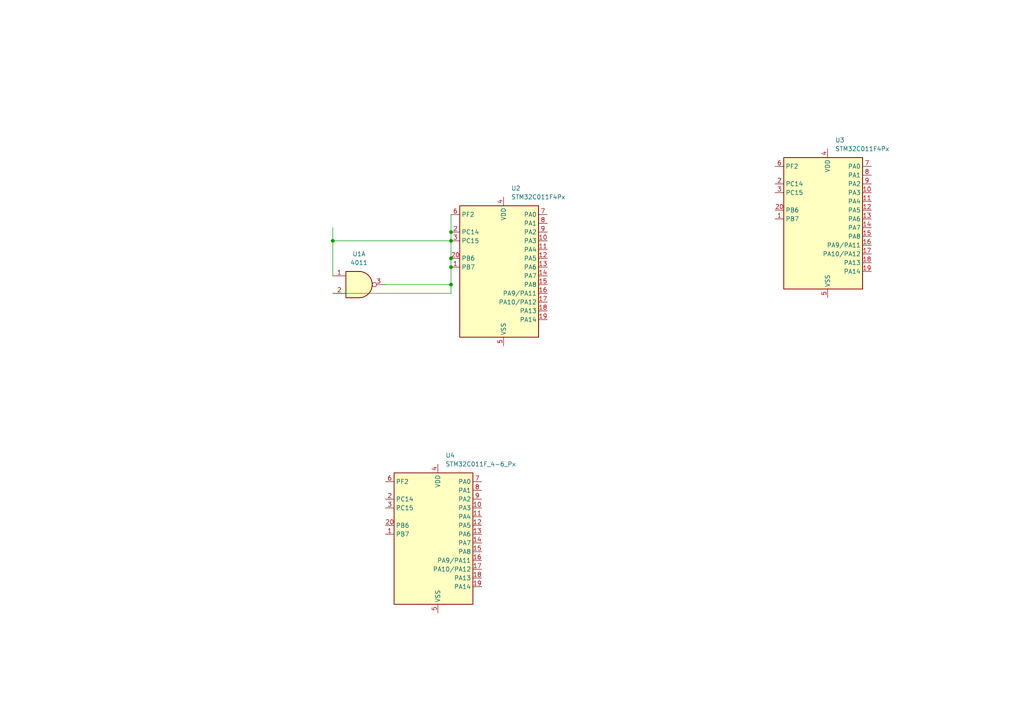
<source format=kicad_sch>
(kicad_sch (version 20231120) (generator "eeschema") (generator_version "8.0")
  (paper "A4")
  (lib_symbols
    (symbol "4xxx:4011" (pin_names (offset 1.016))
      (property "Reference" "U" (at 0 1.27 0))
      (property "Value" "4011" (at 0 -1.27 0))
      (symbol "4011_1_1"
        (arc (start 0 -3.81) (mid 3.7934 0) (end 0 3.81) (stroke (width 0.254)) (fill (type background)))
        (polyline (pts (xy 0 3.81) (xy -3.81 3.81) (xy -3.81 -3.81) (xy 0 -3.81)) (stroke (width 0.254)) (fill (type background)))
        (pin input line (at -7.62 2.54 0) (length 3.81) (name "~") (number "1"))
        (pin input line (at -7.62 -2.54 0) (length 3.81) (name "~") (number "2"))
        (pin output inverted (at 7.62 0 180) (length 3.81) (name "~") (number "3"))
      )
      (symbol "4011_1_2"
        (arc (start -3.81 -3.81) (mid -2.589 0) (end -3.81 3.81) (stroke (width 0.254)))
        (arc (start -0.6096 -3.81) (mid 2.1842 -2.5851) (end 3.81 0) (stroke (width 0.254)) (fill (type background)))
        (polyline (pts (xy -3.81 -3.81) (xy -0.635 -3.81)) (stroke (width 0.254)) (fill (type background)))
        (polyline (pts (xy -3.81 3.81) (xy -0.635 3.81)) (stroke (width 0.254)) (fill (type background)))
        (polyline (pts (xy -0.635 3.81) (xy -3.81 3.81) (xy -3.81 3.81) (xy -3.556 3.4036) (xy -3.0226 2.2606) (xy -2.6924 1.0414) (xy -2.6162 -0.254) (xy -2.7686 -1.4986) (xy -3.175 -2.7178) (xy -3.81 -3.81) (xy -3.81 -3.81) (xy -0.635 -3.81)) (stroke (width -25.4)) (fill (type background)))
        (arc (start 3.81 0) (mid 2.1915 2.5936) (end -0.6096 3.81) (stroke (width 0.254)) (fill (type background)))
        (pin input inverted (at -7.62 2.54 0) (length 4.318) (name "~") (number "1"))
        (pin input inverted (at -7.62 -2.54 0) (length 4.318) (name "~") (number "2"))
        (pin output line (at 7.62 0 180) (length 3.81) (name "~") (number "3"))
      )
      (symbol "4011_2_1"
        (arc (start 0 -3.81) (mid 3.7934 0) (end 0 3.81) (stroke (width 0.254)) (fill (type background)))
        (polyline (pts (xy 0 3.81) (xy -3.81 3.81) (xy -3.81 -3.81) (xy 0 -3.81)) (stroke (width 0.254)) (fill (type background)))
        (pin output inverted (at 7.62 0 180) (length 3.81) (name "~") (number "4"))
        (pin input line (at -7.62 2.54 0) (length 3.81) (name "~") (number "5"))
        (pin input line (at -7.62 -2.54 0) (length 3.81) (name "~") (number "6"))
      )
      (symbol "4011_2_2"
        (arc (start -3.81 -3.81) (mid -2.589 0) (end -3.81 3.81) (stroke (width 0.254)))
        (arc (start -0.6096 -3.81) (mid 2.1842 -2.5851) (end 3.81 0) (stroke (width 0.254)) (fill (type background)))
        (polyline (pts (xy -3.81 -3.81) (xy -0.635 -3.81)) (stroke (width 0.254)) (fill (type background)))
        (polyline (pts (xy -3.81 3.81) (xy -0.635 3.81)) (stroke (width 0.254)) (fill (type background)))
        (polyline (pts (xy -0.635 3.81) (xy -3.81 3.81) (xy -3.81 3.81) (xy -3.556 3.4036) (xy -3.0226 2.2606) (xy -2.6924 1.0414) (xy -2.6162 -0.254) (xy -2.7686 -1.4986) (xy -3.175 -2.7178) (xy -3.81 -3.81) (xy -3.81 -3.81) (xy -0.635 -3.81)) (stroke (width -25.4)) (fill (type background)))
        (arc (start 3.81 0) (mid 2.1915 2.5936) (end -0.6096 3.81) (stroke (width 0.254)) (fill (type background)))
        (pin output line (at 7.62 0 180) (length 3.81) (name "~") (number "4"))
        (pin input inverted (at -7.62 2.54 0) (length 4.318) (name "~") (number "5"))
        (pin input inverted (at -7.62 -2.54 0) (length 4.318) (name "~") (number "6"))
      )
      (symbol "4011_3_1"
        (arc (start 0 -3.81) (mid 3.7934 0) (end 0 3.81) (stroke (width 0.254)) (fill (type background)))
        (polyline (pts (xy 0 3.81) (xy -3.81 3.81) (xy -3.81 -3.81) (xy 0 -3.81)) (stroke (width 0.254)) (fill (type background)))
        (pin output inverted (at 7.62 0 180) (length 3.81) (name "~") (number "10"))
        (pin input line (at -7.62 2.54 0) (length 3.81) (name "~") (number "8"))
        (pin input line (at -7.62 -2.54 0) (length 3.81) (name "~") (number "9"))
      )
      (symbol "4011_3_2"
        (arc (start -3.81 -3.81) (mid -2.589 0) (end -3.81 3.81) (stroke (width 0.254)))
        (arc (start -0.6096 -3.81) (mid 2.1842 -2.5851) (end 3.81 0) (stroke (width 0.254)) (fill (type background)))
        (polyline (pts (xy -3.81 -3.81) (xy -0.635 -3.81)) (stroke (width 0.254)) (fill (type background)))
        (polyline (pts (xy -3.81 3.81) (xy -0.635 3.81)) (stroke (width 0.254)) (fill (type background)))
        (polyline (pts (xy -0.635 3.81) (xy -3.81 3.81) (xy -3.81 3.81) (xy -3.556 3.4036) (xy -3.0226 2.2606) (xy -2.6924 1.0414) (xy -2.6162 -0.254) (xy -2.7686 -1.4986) (xy -3.175 -2.7178) (xy -3.81 -3.81) (xy -3.81 -3.81) (xy -0.635 -3.81)) (stroke (width -25.4)) (fill (type background)))
        (arc (start 3.81 0) (mid 2.1915 2.5936) (end -0.6096 3.81) (stroke (width 0.254)) (fill (type background)))
        (pin output line (at 7.62 0 180) (length 3.81) (name "~") (number "10"))
        (pin input inverted (at -7.62 2.54 0) (length 4.318) (name "~") (number "8"))
        (pin input inverted (at -7.62 -2.54 0) (length 4.318) (name "~") (number "9"))
      )
      (symbol "4011_4_1"
        (arc (start 0 -3.81) (mid 3.7934 0) (end 0 3.81) (stroke (width 0.254)) (fill (type background)))
        (polyline (pts (xy 0 3.81) (xy -3.81 3.81) (xy -3.81 -3.81) (xy 0 -3.81)) (stroke (width 0.254)) (fill (type background)))
        (pin output inverted (at 7.62 0 180) (length 3.81) (name "~") (number "11"))
        (pin input line (at -7.62 2.54 0) (length 3.81) (name "~") (number "12"))
        (pin input line (at -7.62 -2.54 0) (length 3.81) (name "~") (number "13"))
      )
      (symbol "4011_4_2"
        (arc (start -3.81 -3.81) (mid -2.589 0) (end -3.81 3.81) (stroke (width 0.254)))
        (arc (start -0.6096 -3.81) (mid 2.1842 -2.5851) (end 3.81 0) (stroke (width 0.254)) (fill (type background)))
        (polyline (pts (xy -3.81 -3.81) (xy -0.635 -3.81)) (stroke (width 0.254)) (fill (type background)))
        (polyline (pts (xy -3.81 3.81) (xy -0.635 3.81)) (stroke (width 0.254)) (fill (type background)))
        (polyline (pts (xy -0.635 3.81) (xy -3.81 3.81) (xy -3.81 3.81) (xy -3.556 3.4036) (xy -3.0226 2.2606) (xy -2.6924 1.0414) (xy -2.6162 -0.254) (xy -2.7686 -1.4986) (xy -3.175 -2.7178) (xy -3.81 -3.81) (xy -3.81 -3.81) (xy -0.635 -3.81)) (stroke (width -25.4)) (fill (type background)))
        (arc (start 3.81 0) (mid 2.1915 2.5936) (end -0.6096 3.81) (stroke (width 0.254)) (fill (type background)))
        (pin output line (at 7.62 0 180) (length 3.81) (name "~") (number "11"))
        (pin input inverted (at -7.62 2.54 0) (length 4.318) (name "~") (number "12"))
        (pin input inverted (at -7.62 -2.54 0) (length 4.318) (name "~") (number "13"))
      )
      (symbol "4011_5_0"
        (pin power_in line (at 0 12.7 270) (length 5.08) (name "VDD") (number "14"))
        (pin power_in line (at 0 -12.7 90) (length 5.08) (name "VSS") (number "7"))
      )
      (symbol "4011_5_1"
        (rectangle (start -5.08 7.62) (end 5.08 -7.62) (stroke (width 0.254)) (fill (type background)))
      )
    )
    (symbol "MCU_ST_STM32C0:STM32C011F4Px"
      (property "Reference" "U" (at -10.16 21.59 0))
      (property "Value" "STM32C011F4Px" (at 5.08 21.59 0))
      (symbol "STM32C011F4Px_0_1"
        (rectangle (start -10.16 -17.78) (end 12.7 20.32) (stroke (width 0.254)) (fill (type background)))
      )
      (symbol "STM32C011F4Px_1_1"
        (pin bidirectional line (at -12.7 2.54 0) (length 2.54) (name "PB7") (number "1"))
        (pin bidirectional line (at 15.24 10.16 180) (length 2.54) (name "PA3") (number "10"))
        (pin bidirectional line (at 15.24 7.62 180) (length 2.54) (name "PA4") (number "11"))
        (pin bidirectional line (at 15.24 5.08 180) (length 2.54) (name "PA5") (number "12"))
        (pin bidirectional line (at 15.24 2.54 180) (length 2.54) (name "PA6") (number "13"))
        (pin bidirectional line (at 15.24 0 180) (length 2.54) (name "PA7") (number "14"))
        (pin bidirectional line (at 15.24 -2.54 180) (length 2.54) (name "PA8") (number "15"))
        (pin bidirectional line (at 15.24 -5.08 180) (length 2.54) (name "PA9/PA11") (number "16"))
        (pin bidirectional line (at 15.24 -7.62 180) (length 2.54) (name "PA10/PA12") (number "17"))
        (pin bidirectional line (at 15.24 -10.16 180) (length 2.54) (name "PA13") (number "18"))
        (pin bidirectional line (at 15.24 -12.7 180) (length 2.54) (name "PA14") (number "19"))
        (pin bidirectional line (at -12.7 12.7 0) (length 2.54) (name "PC14") (number "2"))
        (pin bidirectional line (at -12.7 5.08 0) (length 2.54) (name "PB6") (number "20"))
        (pin bidirectional line (at -12.7 10.16 0) (length 2.54) (name "PC15") (number "3"))
        (pin power_in line (at 2.54 22.86 270) (length 2.54) (name "VDD") (number "4"))
        (pin power_in line (at 2.54 -20.32 90) (length 2.54) (name "VSS") (number "5"))
        (pin bidirectional line (at -12.7 17.78 0) (length 2.54) (name "PF2") (number "6"))
        (pin bidirectional line (at 15.24 17.78 180) (length 2.54) (name "PA0") (number "7"))
        (pin bidirectional line (at 15.24 15.24 180) (length 2.54) (name "PA1") (number "8"))
        (pin bidirectional line (at 15.24 12.7 180) (length 2.54) (name "PA2") (number "9"))
      )
    )
    (symbol "MCU_ST_STM32C0:STM32C011F_4-6_Px"
      (property "Reference" "U" (at -10.16 21.59 0))
      (property "Value" "STM32C011F_4-6_Px" (at 5.08 21.59 0))
      (symbol "STM32C011F_4-6_Px_0_1"
        (rectangle (start -10.16 -17.78) (end 12.7 20.32) (stroke (width 0.254)) (fill (type background)))
      )
      (symbol "STM32C011F_4-6_Px_1_1"
        (pin bidirectional line (at -12.7 2.54 0) (length 2.54) (name "PB7") (number "1"))
        (pin bidirectional line (at 15.24 10.16 180) (length 2.54) (name "PA3") (number "10"))
        (pin bidirectional line (at 15.24 7.62 180) (length 2.54) (name "PA4") (number "11"))
        (pin bidirectional line (at 15.24 5.08 180) (length 2.54) (name "PA5") (number "12"))
        (pin bidirectional line (at 15.24 2.54 180) (length 2.54) (name "PA6") (number "13"))
        (pin bidirectional line (at 15.24 0 180) (length 2.54) (name "PA7") (number "14"))
        (pin bidirectional line (at 15.24 -2.54 180) (length 2.54) (name "PA8") (number "15"))
        (pin bidirectional line (at 15.24 -5.08 180) (length 2.54) (name "PA9/PA11") (number "16"))
        (pin bidirectional line (at 15.24 -7.62 180) (length 2.54) (name "PA10/PA12") (number "17"))
        (pin bidirectional line (at 15.24 -10.16 180) (length 2.54) (name "PA13") (number "18"))
        (pin bidirectional line (at 15.24 -12.7 180) (length 2.54) (name "PA14") (number "19"))
        (pin bidirectional line (at -12.7 12.7 0) (length 2.54) (name "PC14") (number "2"))
        (pin bidirectional line (at -12.7 5.08 0) (length 2.54) (name "PB6") (number "20"))
        (pin bidirectional line (at -12.7 10.16 0) (length 2.54) (name "PC15") (number "3"))
        (pin power_in line (at 2.54 22.86 270) (length 2.54) (name "VDD") (number "4"))
        (pin power_in line (at 2.54 -20.32 90) (length 2.54) (name "VSS") (number "5"))
        (pin bidirectional line (at -12.7 17.78 0) (length 2.54) (name "PF2") (number "6"))
        (pin bidirectional line (at 15.24 17.78 180) (length 2.54) (name "PA0") (number "7"))
        (pin bidirectional line (at 15.24 15.24 180) (length 2.54) (name "PA1") (number "8"))
        (pin bidirectional line (at 15.24 12.7 180) (length 2.54) (name "PA2") (number "9"))
      )
    )
  )
  (junction (at 130.81 77.47))
  (junction (at 130.81 69.85))
  (junction (at 130.81 82.55))
  (junction (at 130.81 74.93))
  (junction (at 130.81 67.31))
  (junction (at 96.52 69.85))
  (wire (pts (xy 96.52 85.09) (xy 130.81 85.09)))
  (wire (pts (xy 130.81 82.55) (xy 130.81 85.09)))
  (wire (pts (xy 96.52 66.04) (xy 96.52 69.85)))
  (wire (pts (xy 130.81 62.23) (xy 130.81 67.31)))
  (wire (pts (xy 96.52 69.85) (xy 96.52 80.01)))
  (wire (pts (xy 130.81 69.85) (xy 130.81 74.93)))
  (wire (pts (xy 96.52 69.85) (xy 130.81 69.85)))
  (wire (pts (xy 130.81 67.31) (xy 130.81 69.85)))
  (wire (pts (xy 130.81 74.93) (xy 130.81 77.47)))
  (wire (pts (xy 130.81 77.47) (xy 130.81 82.55)))
  (wire (pts (xy 111.76 82.55) (xy 130.81 82.55)))
  (symbol (lib_id "MCU_ST_STM32C0:STM32C011F4Px") (at 237.49 66.04 0) (unit 1)
    (property "Reference" "U3" (at 242.2241 40.64 0) (effects (justify left)))
    (property "Value" "STM32C011F4Px" (at 242.2241 43.18 0) (effects (justify left)))
    (property "Footprint" "Package_SO:TSSOP-20_4.4x6.5mm_P0.65mm" (effects (hide yes)))
    (property "Datasheet" "https://www.st.com/resource/en/datasheet/stm32c011f4.pdf" (effects (hide yes)))
    (property "Description" "STMicroelectronics Arm Cortex-M0+ MCU, 16KB flash, 6KB RAM, 48 MHz, 2.0-3.6V, 18 GPIO, TSSOP20" (effects (hide yes)))
  )
  (symbol (lib_id "MCU_ST_STM32C0:STM32C011F4Px") (at 143.51 80.01 0) (unit 1)
    (property "Reference" "U2" (at 148.2441 54.61 0) (effects (justify left)))
    (property "Value" "STM32C011F4Px" (at 148.2441 57.15 0) (effects (justify left)))
    (property "Footprint" "Package_SO:TSSOP-20_4.4x6.5mm_P0.65mm" (effects (hide yes)))
    (property "Datasheet" "https://www.st.com/resource/en/datasheet/stm32c011f4.pdf" (effects (hide yes)))
    (property "Description" "STMicroelectronics Arm Cortex-M0+ MCU, 16KB flash, 6KB RAM, 48 MHz, 2.0-3.6V, 18 GPIO, TSSOP20" (effects (hide yes)))
  )
  (symbol (lib_id "MCU_ST_STM32C0:STM32C011F_4-6_Px") (at 124.46 157.48 0) (unit 1)
    (property "Reference" "U4" (at 129.1941 132.08 0) (effects (justify left)))
    (property "Value" "STM32C011F_4-6_Px" (at 129.1941 134.62 0) (effects (justify left)))
    (property "Footprint" "Package_SO:TSSOP-20_4.4x6.5mm_P0.65mm" (effects (hide yes)))
    (property "Datasheet" "https://www.st.com/resource/en/datasheet/stm32c011f4.pdf" (effects (hide yes)))
    (property "Description" "STMicroelectronics Arm Cortex-M0+ MCU, 16-32KB flash, 6KB RAM, 48 MHz, 2.0-3.6V, 18 GPIO, TSSOP20" (effects (hide yes)))
  )
  (symbol (lib_id "4xxx:4011") (at 104.14 82.55 0) (unit 1)
    (property "Reference" "U1" (at 104.1317 73.66 0))
    (property "Value" "4011" (at 104.1317 76.2 0))
    (property "Datasheet" "http://www.intersil.com/content/dam/Intersil/documents/cd40/cd4011bms-12bms-23bms.pdf" (effects (hide yes)))
    (property "Description" "Quad Nand 2 inputs" (effects (hide yes)))
  )
)
</source>
